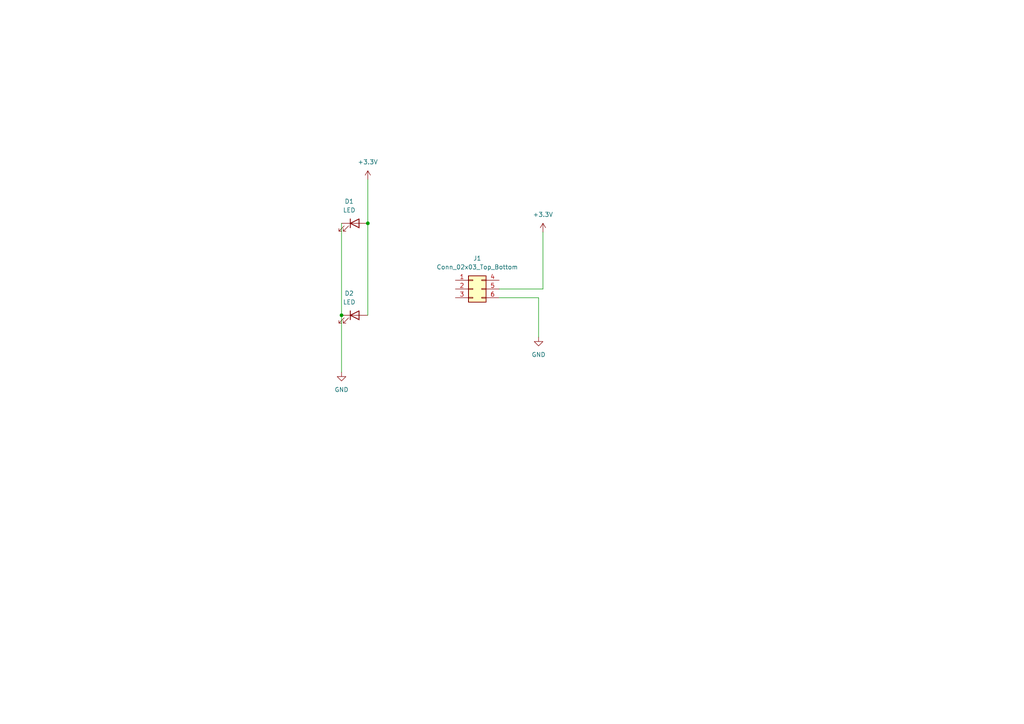
<source format=kicad_sch>
(kicad_sch (version 20250114) (generator "eeschema") (generator_version "9.0")
  (paper "A4")
  (lib_symbols
    (symbol "Connector_Generic:Conn_02x03_Top_Bottom" (pin_names (offset 1.016) (hide yes))
      (property "Reference" "J" (at 1.27 5.08 0))
      (property "Value" "Conn_02x03_Top_Bottom" (at 1.27 -5.08 0))
      (symbol "Conn_02x03_Top_Bottom_1_1"
        (rectangle (start -1.27 3.81) (end 3.81 -3.81) (stroke (width 0.254)) (fill (type background)))
        (rectangle (start -1.27 2.667) (end 0 2.413) (stroke (width 0.1524)))
        (rectangle (start -1.27 0.127) (end 0 -0.127) (stroke (width 0.1524)))
        (rectangle (start -1.27 -2.413) (end 0 -2.667) (stroke (width 0.1524)))
        (rectangle (start 3.81 2.667) (end 2.54 2.413) (stroke (width 0.1524)))
        (rectangle (start 3.81 0.127) (end 2.54 -0.127) (stroke (width 0.1524)))
        (rectangle (start 3.81 -2.413) (end 2.54 -2.667) (stroke (width 0.1524)))
        (pin passive line (at -5.08 2.54 0) (length 3.81) (name "Pin_1") (number "1"))
        (pin passive line (at -5.08 0 0) (length 3.81) (name "Pin_2") (number "2"))
        (pin passive line (at -5.08 -2.54 0) (length 3.81) (name "Pin_3") (number "3"))
        (pin passive line (at 7.62 2.54 180) (length 3.81) (name "Pin_4") (number "4"))
        (pin passive line (at 7.62 0 180) (length 3.81) (name "Pin_5") (number "5"))
        (pin passive line (at 7.62 -2.54 180) (length 3.81) (name "Pin_6") (number "6"))
      )
    )
    (symbol "Device:LED" (pin_numbers (hide yes)) (pin_names (offset 1.016) (hide yes))
      (property "Reference" "D" (at 0 2.54 0))
      (property "Value" "LED" (at 0 -2.54 0))
      (symbol "LED_0_1"
        (polyline (pts (xy -3.048 -0.762) (xy -4.572 -2.286) (xy -3.81 -2.286) (xy -4.572 -2.286) (xy -4.572 -1.524)))
        (polyline (pts (xy -1.778 -0.762) (xy -3.302 -2.286) (xy -2.54 -2.286) (xy -3.302 -2.286) (xy -3.302 -1.524)))
        (polyline (pts (xy -1.27 0) (xy 1.27 0)))
        (polyline (pts (xy -1.27 -1.27) (xy -1.27 1.27)) (stroke (width 0.254)))
        (polyline (pts (xy 1.27 -1.27) (xy 1.27 1.27) (xy -1.27 0) (xy 1.27 -1.27)) (stroke (width 0.254)))
      )
      (symbol "LED_1_1"
        (pin passive line (at -3.81 0 0) (length 2.54) (name "K") (number "1"))
        (pin passive line (at 3.81 0 180) (length 2.54) (name "A") (number "2"))
      )
    )
    (symbol "power:+3.3V" (power) (pin_names (offset 0))
      (property "Value" "+3.3V" (at 0 3.556 0))
      (symbol "+3.3V_0_1"
        (polyline (pts (xy -0.762 1.27) (xy 0 2.54)))
        (polyline (pts (xy 0 2.54) (xy 0.762 1.27)))
        (polyline (pts (xy 0 0) (xy 0 2.54)))
      )
      (symbol "+3.3V_1_1"
        (pin power_in line (at 0 0 90) (length 0) (hide yes) (name "+3.3V") (number "1"))
      )
    )
    (symbol "power:GND" (power) (pin_names (offset 0))
      (property "Value" "GND" (at 0 -3.81 0))
      (symbol "GND_0_1"
        (polyline (pts (xy 0 0) (xy 0 -1.27) (xy 1.27 -1.27) (xy 0 -2.54) (xy -1.27 -1.27) (xy 0 -1.27)))
      )
      (symbol "GND_1_1"
        (pin power_in line (at 0 0 270) (length 0) (hide yes) (name "GND") (number "1"))
      )
    )
  )
  (junction (at 106.68 64.77))
  (junction (at 99.06 91.44))
  (wire (pts (xy 99.06 64.77) (xy 99.06 91.44)))
  (wire (pts (xy 106.68 64.77) (xy 106.68 91.44)))
  (wire (pts (xy 144.78 83.82) (xy 157.48 83.82)))
  (wire (pts (xy 156.21 86.36) (xy 156.21 97.79)))
  (wire (pts (xy 99.06 91.44) (xy 99.06 107.95)))
  (wire (pts (xy 144.78 86.36) (xy 156.21 86.36)))
  (wire (pts (xy 106.68 52.07) (xy 106.68 64.77)))
  (wire (pts (xy 157.48 67.31) (xy 157.48 83.82)))
  (symbol (lib_id "power:+3.3V") (at 157.48 67.31 0) (unit 1)
    (property "Reference" "#PWR0101" (effects (hide yes)))
    (property "Value" "+3.3V" (at 157.48 62.23 0))
  )
  (symbol (lib_id "power:GND") (at 99.06 107.95 0) (unit 1)
    (property "Reference" "#PWR0104" (effects (hide yes)))
    (property "Value" "GND" (at 99.06 113.03 0))
  )
  (symbol (lib_id "Device:LED") (at 102.87 91.44 0) (unit 1)
    (property "Reference" "D2" (at 101.2825 85.09 0))
    (property "Value" "LED" (at 101.2825 87.63 0))
    (property "Footprint" "LED_THT:LED_D3.0mm" (effects (hide yes)))
  )
  (symbol (lib_id "power:GND") (at 156.21 97.79 0) (unit 1)
    (property "Reference" "#PWR0103" (effects (hide yes)))
    (property "Value" "GND" (at 156.21 102.87 0))
  )
  (symbol (lib_id "power:+3.3V") (at 106.68 52.07 0) (unit 1)
    (property "Reference" "#PWR0102" (effects (hide yes)))
    (property "Value" "+3.3V" (at 106.68 46.99 0))
  )
  (symbol (lib_id "Connector_Generic:Conn_02x03_Top_Bottom") (at 137.16 83.82 0) (unit 1)
    (property "Reference" "J1" (at 138.43 74.93 0))
    (property "Value" "Conn_02x03_Top_Bottom" (at 138.43 77.47 0))
    (property "Footprint" "CactusCon_2025_CNet_SAO:PinSocket_2x03_P2.54mm_Vertical_Tab" (effects (hide yes)))
  )
  (symbol (lib_id "Device:LED") (at 102.87 64.77 0) (unit 1)
    (property "Reference" "D1" (at 101.2825 58.42 0))
    (property "Value" "LED" (at 101.2825 60.96 0))
    (property "Footprint" "LED_THT:LED_D3.0mm" (effects (hide yes)))
  )
)
</source>
